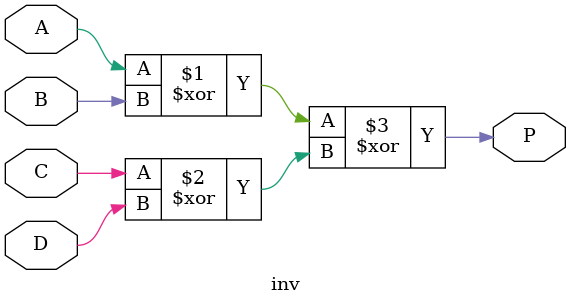
<source format=v>
`timescale 1ns / 1ps

module inv(A,B,C,D,P);
input A, B, C, D;
output P;

assign P = ((A^B)^(C^D));
endmodule

</source>
